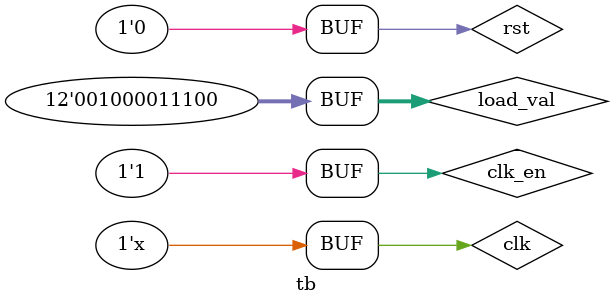
<source format=v>
module tb;

	reg clk;
	reg rstn;
	reg rst;
	reg clk_en;
	reg Ctr_0;
	reg [11:0] load_val;
	reg load_en;
	wire [11:0] op;
	reg [11:0] counter_out;
	wire T1;
		wire T2;
	//reg [11:0] comparator_out;
		wire comparator_out_cc;
	wire comparator_out;


	always #1 clk=~clk;
	
	
		

	initial begin 
		clk_en<=1;

		clk<=0;
		//#150000 load_en<=1;
		load_val<=12'd540;
		#380000 rst<=1;
		#380010 rst<=0;

	end
	
//	Counter C1 (.Clock(clk), .Clk_En(clk_en),.Rst(rst),.Load(load_val),.Load_en(load_en),.Ctr_0(Ctr_0), .Q(Q));
	
//	comparator CC1 (.a(op), .b(Q), .equal(OUT));
	
	
//	PRDREG PRD1(.clk(clk), .clk_tbprd(OUT),.counter_value(Q),.load_val(),.load_en(load_en),.op(op))
head H1( .Clock(clk), .Clk_en(clk_en),.Load_en(load_en), .Load(load_val), .op(op), .Rst(rst), .Ctr_0(Ctr_0), .counter_out(counter_out), .comparator_out(comparator_out),.reg_cc(12'd0),.comparator_out_cc(comparator_out_cc),.T1(T1),.T2(T2));
endmodule 
</source>
